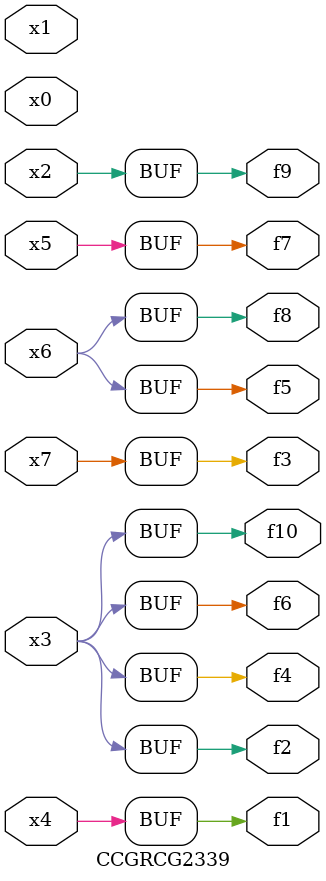
<source format=v>
module CCGRCG2339(
	input x0, x1, x2, x3, x4, x5, x6, x7,
	output f1, f2, f3, f4, f5, f6, f7, f8, f9, f10
);
	assign f1 = x4;
	assign f2 = x3;
	assign f3 = x7;
	assign f4 = x3;
	assign f5 = x6;
	assign f6 = x3;
	assign f7 = x5;
	assign f8 = x6;
	assign f9 = x2;
	assign f10 = x3;
endmodule

</source>
